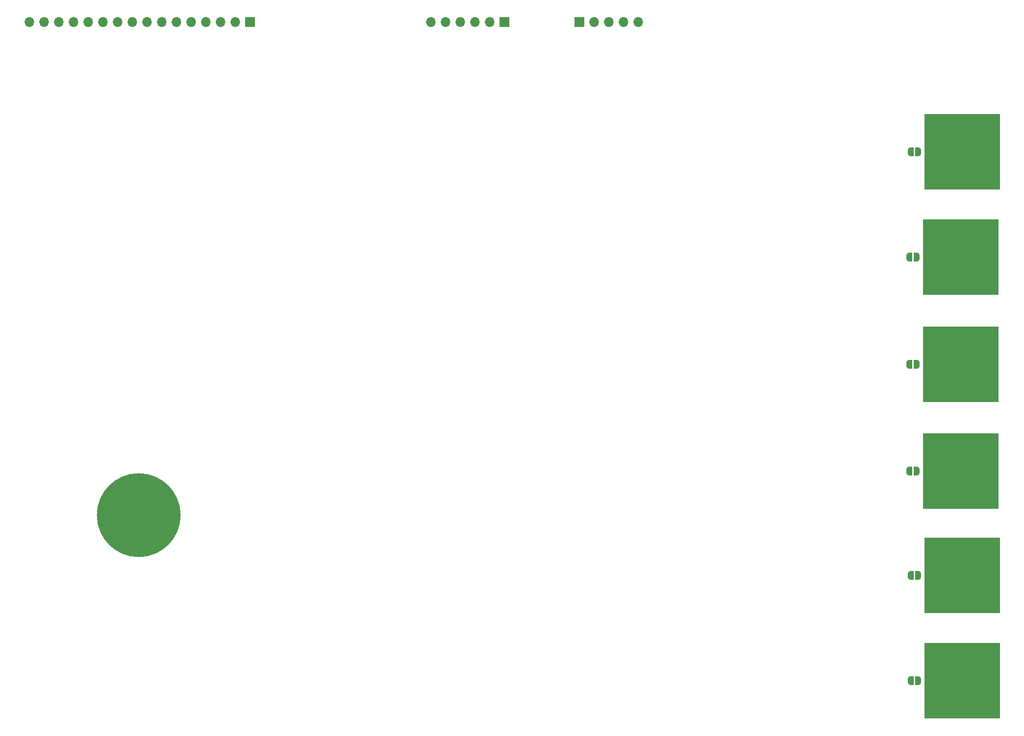
<source format=gbs>
G04 #@! TF.GenerationSoftware,KiCad,Pcbnew,(6.0.2)*
G04 #@! TF.CreationDate,2023-03-16T16:07:34-07:00*
G04 #@! TF.ProjectId,hall-censor-and-cap-touch-prototype,68616c6c-2d63-4656-9e73-6f722d616e64,rev?*
G04 #@! TF.SameCoordinates,Original*
G04 #@! TF.FileFunction,Soldermask,Bot*
G04 #@! TF.FilePolarity,Negative*
%FSLAX46Y46*%
G04 Gerber Fmt 4.6, Leading zero omitted, Abs format (unit mm)*
G04 Created by KiCad (PCBNEW (6.0.2)) date 2023-03-16 16:07:34*
%MOMM*%
%LPD*%
G01*
G04 APERTURE LIST*
G04 Aperture macros list*
%AMFreePoly0*
4,1,20,0.000000,0.744959,0.073905,0.744508,0.209726,0.703889,0.328688,0.626782,0.421226,0.519385,0.479903,0.390333,0.500000,0.250000,0.500000,-0.250000,0.499851,-0.262216,0.476331,-0.402017,0.414519,-0.529596,0.319384,-0.634700,0.198574,-0.708877,0.061801,-0.746166,0.000000,-0.745033,0.000000,-0.750000,-0.500000,-0.750000,-0.500000,0.750000,0.000000,0.750000,0.000000,0.744959,
0.000000,0.744959,$1*%
%AMFreePoly1*
4,1,22,0.500000,-0.750000,0.000000,-0.750000,0.000000,-0.745033,-0.079941,-0.743568,-0.215256,-0.701293,-0.333266,-0.622738,-0.424486,-0.514219,-0.481581,-0.384460,-0.499164,-0.250000,-0.500000,-0.250000,-0.500000,0.250000,-0.499164,0.250000,-0.499963,0.256109,-0.478152,0.396186,-0.417904,0.524511,-0.324060,0.630769,-0.204165,0.706417,-0.067858,0.745374,0.000000,0.744959,0.000000,0.750000,
0.500000,0.750000,0.500000,-0.750000,0.500000,-0.750000,$1*%
G04 Aperture macros list end*
%ADD10C,14.500000*%
%ADD11R,13.000000X13.000000*%
%ADD12R,1.700000X1.700000*%
%ADD13O,1.700000X1.700000*%
%ADD14FreePoly0,0.000000*%
%ADD15FreePoly1,0.000000*%
G04 APERTURE END LIST*
D10*
X142075000Y-195260000D03*
D11*
X284325000Y-223885000D03*
X284325000Y-223885000D03*
X284325000Y-205635000D03*
X284325000Y-205635000D03*
X284075000Y-187635000D03*
X284075000Y-187635000D03*
X284075000Y-169135000D03*
X284075000Y-169135000D03*
X284074998Y-150635000D03*
X284074998Y-150635000D03*
X284325000Y-132385000D03*
D12*
X161300000Y-110000000D03*
D13*
X158760000Y-110000000D03*
X156220000Y-110000000D03*
X153680000Y-110000000D03*
X151140000Y-110000000D03*
X148600000Y-110000000D03*
X146060000Y-110000000D03*
X143520000Y-110000000D03*
X140980000Y-110000000D03*
X138440000Y-110000000D03*
X135900000Y-110000000D03*
X133360000Y-110000000D03*
X130820000Y-110000000D03*
X128280000Y-110000000D03*
X125740000Y-110000000D03*
X123200000Y-110000000D03*
D12*
X205250000Y-110000000D03*
D13*
X202710000Y-110000000D03*
X200170000Y-110000000D03*
X197630000Y-110000000D03*
X195090000Y-110000000D03*
X192550000Y-110000000D03*
D12*
X218175000Y-110000000D03*
D13*
X220715000Y-110000000D03*
X223255000Y-110000000D03*
X225795000Y-110000000D03*
X228335000Y-110000000D03*
D14*
X276475000Y-169135000D03*
D15*
X275175000Y-169135000D03*
D14*
X276725000Y-132385000D03*
D15*
X275425000Y-132385000D03*
D14*
X276725000Y-205635000D03*
D15*
X275425000Y-205635000D03*
D14*
X276475000Y-187635000D03*
D15*
X275175000Y-187635000D03*
D14*
X276475000Y-150635000D03*
D15*
X275175000Y-150635000D03*
D14*
X276725000Y-223885000D03*
D15*
X275425000Y-223885000D03*
M02*

</source>
